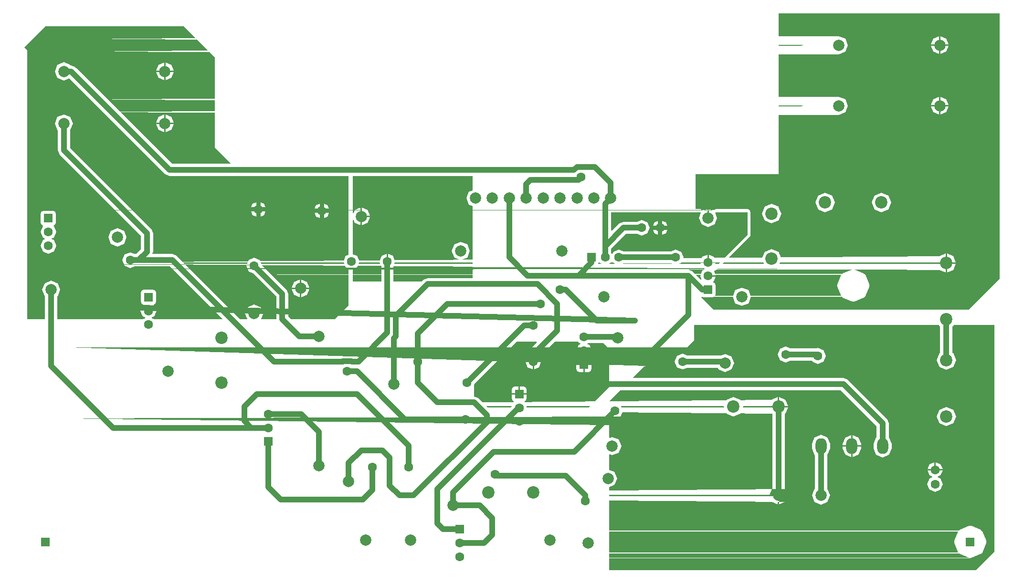
<source format=gbl>
%FSTAX23Y23*%
%MOMM*%
%SFA1B1*%

%IPPOS*%
%ADD12C,0.999998*%
%ADD13C,1.999996*%
%ADD14R,1.599997X1.599997*%
%ADD15C,2.199996*%
%ADD16C,1.599997*%
%ADD17R,1.599997X1.599997*%
%ADD18O,1.999996X2.799994*%
%LNpcbbyb2aver3-1*%
%LPD*%
G36*
X83249Y69916D02*
X82601Y69647D01*
X82126Y68499*
X82601Y67351*
X83249Y67083*
Y54332*
X75249*
X74484Y54015*
X74219Y53749*
X69212*
Y56466*
X69484Y57122*
X66775*
X67047Y56466*
Y53749*
X61999*
Y55946*
X62744Y56254*
X63157Y57249*
X62744Y58244*
X61999Y58553*
Y64626*
X62124Y6465*
X62351Y64101*
X63373Y63678*
Y65249*
Y6682*
X62351Y66397*
X62124Y65849*
X61999Y65873*
Y72417*
X83249*
Y69916*
G37*
G36*
X131999Y62021D02*
X131984Y62015D01*
X126152Y56183*
X126044Y56254*
X126354Y57002*
X124999*
X123645*
X124004Y56134*
X124394Y55973*
Y55846*
X124004Y55684*
X123592Y54689*
X123823Y54133*
X123717Y54062*
X122265Y55515*
X121499Y55832*
X104779*
X10473Y55949*
X105075Y56294*
X10525Y56716*
X105492Y56817*
X105593Y57061*
X105731*
X105754Y57004*
X106749Y56592*
X107744Y57004*
X107906Y57394*
X108033*
X108194Y57004*
X109189Y56592*
X109973Y56917*
X118466*
X119249Y56592*
X120244Y57004*
X120657Y57999*
X120244Y58994*
X119249Y59407*
X118466Y59082*
X109973*
X109189Y59407*
X108194Y58994*
X108033Y58604*
X107906*
X107832Y58783*
Y59551*
X110448Y62167*
X112466*
X113249Y61842*
X114244Y62254*
X114657Y63249*
X114244Y64244*
X113249Y64657*
X112466Y64332*
X109999*
X109234Y64015*
X107949Y6273*
X107832Y62779*
Y65999*
X123676*
X123746Y65894*
X123376Y64999*
X123851Y63851*
X124999Y63376*
X126147Y63851*
X126623Y64999*
X126253Y65894*
X126323Y65999*
X131999*
Y62021*
G37*
G36*
X176749Y72749D02*
Y54249D01*
X171249Y48749*
X125999*
X123822Y50927*
X123894Y51035*
X124199Y50908*
X125799*
X126182Y51067*
X126341Y51449*
Y53049*
X126182Y53432*
X125938Y53533*
Y53671*
X125994Y53694*
X126354Y54562*
X124999*
Y54816*
X126354*
X126052Y55545*
X126149Y55642*
X126152Y55641*
X126203Y55663*
X126257Y55652*
X126389Y55739*
X126534Y558*
X132367Y61632*
X132382Y61638*
X132423Y61738*
X132499Y61814*
Y61922*
X132541Y62021*
Y65999*
X132382Y66382*
X131999Y66541*
X126323*
X126272Y66519*
X126218Y6653*
X126086Y66443*
X12594Y66382*
X12593Y66358*
X125802Y66291*
X125126Y6657*
Y64999*
X124872*
Y6657*
X124197Y66291*
X124069Y66358*
X124058Y66382*
X123913Y66443*
X123781Y6653*
X123727Y66519*
X123676Y66541*
X122749*
Y72749*
X137499*
Y101249*
X176749*
Y72749*
G37*
G36*
X175749Y05749D02*
X172499Y02499D01*
X107499*
Y17229*
X108397Y17601*
X108873Y18749*
X108397Y19898*
X107499Y20269*
Y22969*
X107605Y23039*
X107999Y22876*
X109147Y23351*
X109623Y24499*
X109147Y25648*
X107999Y26123*
X107605Y2596*
X107499Y2603*
Y28219*
X10871Y2943*
X109494Y29754*
X109907Y30749*
X109494Y31744*
X108499Y32157*
X107626Y31795*
X107499Y3188*
Y32499*
X109417Y34417*
X148551*
X154877Y28091*
Y26075*
X154811Y26047*
X154336Y24899*
Y24099*
X154811Y22951*
X155959Y22476*
X157107Y22951*
X157583Y24099*
Y24899*
X157107Y26047*
X157042Y26075*
Y28539*
X156725Y29305*
X149765Y36265*
X148999Y36582*
X111748*
X111699Y36699*
X113536Y38536*
X114015Y38734*
X11728Y41999*
X121249*
X122499Y43249*
Y45999*
X165932*
X166025Y45775*
X166167Y45716*
Y41033*
X166025Y40974*
X165518Y39749*
X166025Y38525*
X167249Y38018*
X168474Y38525*
X168981Y39749*
X168474Y40974*
X168332Y41033*
Y45716*
X168474Y45775*
X168567Y45999*
X175749*
Y05749*
G37*
G36*
X37499Y93499D02*
Y77499D01*
X403Y74699*
X40251Y74582*
X29948*
X12765Y91765*
X11999Y92082*
X11925*
X11898Y92147*
X10749Y92623*
X09601Y92147*
X09126Y90999*
X09601Y89851*
X10749Y89376*
X11699Y89769*
X28734Y72734*
X29499Y72417*
X61249*
Y58449*
X60754Y58244*
X60395Y57376*
X61749*
Y57122*
X60395*
X60754Y56254*
X61249Y56049*
Y49499*
X58749Y46999*
X5103*
X50582Y47448*
Y51499*
X50265Y52265*
X45819Y5671*
X45494Y57494*
X44499Y57907*
X43504Y57494*
X43092Y56499*
X43504Y55504*
X44288Y5518*
X48417Y51051*
Y46999*
X45823*
X45753Y47105*
X46123Y47999*
X45647Y49147*
X44499Y49623*
X43351Y49147*
X42876Y47999*
X43246Y47105*
X43176Y46999*
X4203*
X30765Y58265*
X29999Y58582*
X26523*
X26453Y58687*
X26582Y58999*
Y62249*
X26265Y63015*
X11832Y77448*
Y80574*
X11897Y80601*
X12373Y81749*
X11897Y82897*
X10749Y83373*
X09601Y82897*
X09126Y81749*
X09601Y80601*
X09667Y80574*
Y76999*
X09984Y76234*
X24417Y61801*
Y59448*
X23551Y58582*
X23283*
X22499Y58907*
X21504Y58494*
X21092Y57499*
X21504Y56504*
X22499Y56092*
X23283Y56417*
X29551*
X38851Y47117*
X38803Y46999*
X26767*
X26744Y47054*
X26354Y47216*
Y47343*
X26744Y47504*
X27157Y48499*
X26744Y49494*
X26688Y49518*
Y49655*
X26932Y49757*
X27091Y50139*
Y51739*
X26932Y52122*
X26549Y52281*
X24949*
X24567Y52122*
X24408Y51739*
Y50139*
X24567Y49757*
X24811Y49655*
Y49518*
X24754Y49494*
X24342Y48499*
X24754Y47504*
X25144Y47343*
Y47216*
X24754Y47054*
X24732Y46999*
X09582*
Y51074*
X09648Y51101*
X10123Y52249*
X09648Y53397*
X08499Y53873*
X07351Y53397*
X06876Y52249*
X07351Y51101*
X07417Y51074*
Y46999*
X04249*
Y94749*
X03749Y9525*
X07499Y98999*
X31999*
X37499Y93499*
G37*
G36*
X102004Y42884D02*
X102394Y42723D01*
Y42596*
X102004Y42434*
X101592Y41439*
X102004Y40444*
X102061Y40421*
Y40283*
X101817Y40182*
X101658Y39799*
Y39126*
X102999*
X104341*
Y39799*
X104182Y40182*
X103938Y40283*
Y40421*
X103994Y40444*
X104407Y41439*
X103994Y42434*
X103604Y42596*
Y42723*
X103783Y42797*
X106452*
X107499Y41749*
Y34999*
X103249Y30749*
X92789*
X92718Y30855*
X92907Y31309*
X92494Y32304*
X92438Y32328*
Y32465*
X92682Y32567*
X92841Y32949*
Y33622*
X91499*
X90158*
Y32949*
X90317Y32567*
X90561Y32465*
Y32328*
X90504Y32304*
X90254Y31701*
X89303Y30749*
X86521*
X86515Y30765*
X84265Y33015*
X83499Y33332*
Y3537*
X83569Y35538*
X9103Y42999*
X94553*
X94601Y42882*
X93234Y41515*
X92917Y40749*
Y40283*
X92645Y39626*
X93999*
X95354*
X95082Y40283*
Y40301*
X9778Y42999*
X101957*
X102004Y42884*
G37*
%LNpcbbyb2aver3-2*%
%LPC*%
G36*
X6507Y65122D02*
X63627D01*
Y63678*
X64647Y64101*
X6507Y65122*
G37*
G36*
X68256Y58604D02*
Y57376D01*
X69484*
X69124Y58244*
X68256Y58604*
G37*
G36*
X68002D02*
X67134Y58244D01*
X66775Y57376*
X68002*
Y58604*
G37*
G36*
X81143Y60746D02*
X79995Y6027D01*
X7952Y59122*
X79995Y57974*
X81143Y57499*
X82292Y57974*
X82767Y59122*
X82292Y6027*
X81143Y60746*
G37*
G36*
X63627Y6682D02*
Y65376D01*
X6507*
X64647Y66397*
X63627Y6682*
G37*
G36*
X125126Y58484D02*
Y57256D01*
X126354*
X125994Y58124*
X125126Y58484*
G37*
G36*
X124872D02*
X124004Y58124D01*
X123645Y57256*
X124872*
Y58484*
G37*
G36*
X117751Y62874D02*
X116874D01*
Y61998*
X117494Y62254*
X117751Y62874*
G37*
G36*
X116124D02*
X115248D01*
X115504Y62254*
X116124Y61998*
Y62874*
G37*
G36*
Y64501D02*
X115504Y64244D01*
X115248Y63624*
X116124*
Y64501*
G37*
G36*
X116874D02*
Y63624D01*
X117751*
X117494Y64244*
X116874Y64501*
G37*
G36*
X167376Y58679D02*
Y57126D01*
X168929*
X168474Y58224*
X167376Y58679*
G37*
G36*
X130999Y52623D02*
X129851Y52147D01*
X129376Y50999*
X129851Y49851*
X130999Y49376*
X132148Y49851*
X132623Y50999*
X132148Y52147*
X130999Y52623*
G37*
G36*
X167122Y56872D02*
X16557D01*
X166025Y55775*
X167122Y5532*
Y56872*
G37*
G36*
X168929D02*
X167376D01*
Y5532*
X168474Y55775*
X168929Y56872*
G37*
G36*
X150749Y55868D02*
X15065Y55827D01*
X150542*
X148897Y55145*
X148821Y55069*
X148721Y55028*
X14868Y54928*
X148604Y54852*
X147922Y53207*
Y53099*
X147881Y52999*
X147922Y529*
Y52792*
X148604Y51147*
X14868Y51071*
X148721Y50971*
X148821Y5093*
X148897Y50854*
X150542Y50172*
X15065*
X150749Y50131*
X150849Y50172*
X150957*
X152602Y50854*
X152678Y5093*
X152778Y50971*
X152819Y51071*
X152895Y51147*
X153577Y52792*
Y529*
X153618Y52999*
X153577Y53099*
Y53207*
X152895Y54852*
X152819Y54928*
X152778Y55028*
X152678Y55069*
X152602Y55145*
X150957Y55827*
X150849*
X150749Y55868*
G37*
G36*
X136249Y59481D02*
X135025Y58974D01*
X134518Y57749*
X135025Y56525*
X136249Y56018*
X137474Y56525*
X137981Y57749*
X137474Y58974*
X136249Y59481*
G37*
G36*
X167122Y58679D02*
X166025Y58224D01*
X16557Y57126*
X167122*
Y58679*
G37*
G36*
X148198Y865D02*
X14705Y86024D01*
X146575Y84876*
X14705Y83728*
X148198Y83253*
X149346Y83728*
X149822Y84876*
X149346Y86024*
X148198Y865*
G37*
G36*
X165978Y84749D02*
X164534D01*
X164957Y83728*
X165978Y83305*
Y84749*
G37*
G36*
Y86447D02*
X164957Y86024D01*
X164534Y85003*
X165978*
Y86447*
G37*
G36*
X167676Y84749D02*
X166232D01*
Y83305*
X167253Y83728*
X167676Y84749*
G37*
G36*
X165978Y95499D02*
X164534D01*
X164957Y94478*
X165978Y94055*
Y95499*
G37*
G36*
X148198Y9725D02*
X14705Y96774D01*
X146575Y95626*
X14705Y94478*
X148198Y94003*
X149346Y94478*
X149822Y95626*
X149346Y96774*
X148198Y9725*
G37*
G36*
X167676Y95499D02*
X166232D01*
Y94055*
X167253Y94478*
X167676Y95499*
G37*
G36*
X166232Y97197D02*
Y95753D01*
X167676*
X167253Y96774*
X166232Y97197*
G37*
G36*
X165978D02*
X164957Y96774D01*
X164534Y95753*
X165978*
Y97197*
G37*
G36*
X166232Y86447D02*
Y85003D01*
X167676*
X167253Y86024*
X166232Y86447*
G37*
G36*
X145749Y69481D02*
X144525Y68974D01*
X144018Y67749*
X144525Y66525*
X145749Y66018*
X146974Y66525*
X147481Y67749*
X146974Y68974*
X145749Y69481*
G37*
G36*
X155749D02*
X154525Y68974D01*
X154018Y67749*
X154525Y66525*
X155749Y66018*
X156974Y66525*
X157481Y67749*
X156974Y68974*
X155749Y69481*
G37*
G36*
X136249Y67481D02*
X135025Y66974D01*
X134518Y65749*
X135025Y64525*
X136249Y64018*
X137474Y64525*
X137981Y65749*
X137694Y66443*
X137499Y66913*
X137474Y66974*
X136249Y67481*
G37*
G36*
X138749Y42157D02*
X137754Y41744D01*
X137342Y40749*
X137754Y39754*
X138749Y39342*
X139533Y39667*
X143437*
X143504Y39504*
X144499Y39092*
X145494Y39504*
X145907Y40499*
X145494Y41494*
X144499Y41907*
X144284Y41817*
X144249Y41832*
X139533*
X138749Y42157*
G37*
G36*
X165122Y21644D02*
X164254Y21284D01*
X163895Y20416*
X165122*
Y21644*
G37*
G36*
X166604Y20162D02*
X165249D01*
X163895*
X164254Y19294*
X164765Y19083*
Y18956*
X164254Y18744*
X163842Y17749*
X164254Y16754*
X165249Y16342*
X166244Y16754*
X166657Y17749*
X166244Y18744*
X165734Y18956*
Y19083*
X166244Y19294*
X166604Y20162*
G37*
G36*
X165376Y21644D02*
Y20416D01*
X166604*
X166244Y21284*
X165376Y21644*
G37*
G36*
X152123Y24372D02*
X150626D01*
Y22528*
X151648Y22951*
X152123Y24099*
Y24372*
G37*
G36*
X150372D02*
X148876D01*
Y24099*
X149351Y22951*
X150372Y22528*
Y24372*
G37*
G36*
X145039Y26523D02*
X143891Y26047D01*
X143416Y24899*
Y24099*
X143891Y22951*
X143957Y22924*
Y16925*
X143891Y16898*
X143416Y15749*
X143891Y14601*
X145039Y14126*
X146188Y14601*
X146663Y15749*
X146188Y16898*
X146122Y16925*
Y22924*
X146187Y22951*
X146663Y24099*
Y24899*
X146187Y26047*
X145039Y26523*
G37*
G36*
X171499Y10368D02*
X1714Y10327D01*
X171292*
X169647Y09645*
X169571Y09569*
X169471Y09528*
X16943Y09428*
X169354Y09352*
X168672Y07707*
Y07599*
X168631Y07499*
X168672Y074*
Y07292*
X169354Y05647*
X16943Y05571*
X169471Y05471*
X169571Y0543*
X169647Y05354*
X171292Y04672*
X1714*
X171499Y04631*
X171599Y04672*
X171707*
X173352Y05354*
X173428Y0543*
X173528Y05471*
X173569Y05571*
X173645Y05647*
X174327Y07292*
Y074*
X174368Y07499*
X174327Y07599*
Y07707*
X173645Y09352*
X173569Y09428*
X173528Y09528*
X173428Y09569*
X173352Y09645*
X171707Y10327*
X171599*
X171499Y10368*
G37*
G36*
X137372Y15622D02*
X135928D01*
X136351Y14601*
X137372Y14178*
Y15622*
G37*
G36*
X139179Y31372D02*
X137499D01*
X13582*
X136275Y30275*
X136417Y30216*
Y16925*
X136351Y16898*
X135928Y15876*
X13907*
X138648Y16898*
X138582Y16925*
Y30216*
X138724Y30275*
X139179Y31372*
G37*
G36*
X13907Y15622D02*
X137626D01*
Y14178*
X138648Y14601*
X13907Y15622*
G37*
G36*
X150372Y2647D02*
X149351Y26047D01*
X148876Y24899*
Y24626*
X150372*
Y2647*
G37*
G36*
X120499Y40907D02*
X119504Y40494D01*
X119092Y39499*
X119504Y38504*
X120499Y38092*
X121283Y38417*
X126721*
X126851Y38101*
X127999Y37626*
X129148Y38101*
X129623Y39249*
X129148Y40397*
X127999Y40873*
X127296Y40582*
X121283*
X120499Y40907*
G37*
G36*
X167249Y31481D02*
X166025Y30974D01*
X165518Y29749*
X166025Y28525*
X167249Y28018*
X168474Y28525*
X168981Y29749*
X168474Y30974*
X167249Y31481*
G37*
G36*
X150626Y2647D02*
Y24626D01*
X152123*
Y24899*
X151648Y26047*
X150626Y2647*
G37*
G36*
X129499Y33231D02*
X128275Y32724D01*
X127768Y31499*
X128275Y30275*
X129499Y29768*
X130724Y30275*
X131231Y31499*
X130724Y32724*
X129499Y33231*
G37*
G36*
X137626Y33179D02*
Y31626D01*
X139179*
X138724Y32724*
X137626Y33179*
G37*
G36*
X137372D02*
X136275Y32724D01*
X13582Y31626*
X137372*
Y33179*
G37*
G36*
X52622Y52372D02*
X51178D01*
X51601Y51351*
X52622Y50928*
Y52372*
G37*
G36*
Y5407D02*
X51601Y53647D01*
X51178Y52626*
X52622*
Y5407*
G37*
G36*
X5432Y52372D02*
X52876D01*
Y50928*
X53897Y51351*
X5432Y52372*
G37*
G36*
X52876Y5407D02*
Y52626D01*
X5432*
X53897Y53647*
X52876Y5407*
G37*
G36*
X28783Y8332D02*
Y81876D01*
X30227*
X29804Y82897*
X28783Y8332*
G37*
G36*
X45624Y67751D02*
Y66874D01*
X46501*
X46244Y67494*
X45624Y67751*
G37*
G36*
X44874D02*
X44254Y67494D01*
X43998Y66874*
X44874*
Y67751*
G37*
G36*
X28529Y81622D02*
X27085D01*
X27508Y80601*
X28529Y80178*
Y81622*
G37*
G36*
Y8332D02*
X27508Y82897D01*
X27085Y81876*
X28529*
Y8332*
G37*
G36*
X30227Y81622D02*
X28783D01*
Y80178*
X29804Y80601*
X30227Y81622*
G37*
G36*
X28529Y90872D02*
X27085D01*
X27508Y89851*
X28529Y89428*
Y90872*
G37*
G36*
X30227D02*
X28783D01*
Y89428*
X29804Y89851*
X30227Y90872*
G37*
G36*
X28783Y9257D02*
Y91126D01*
X30227*
X29804Y92147*
X28783Y9257*
G37*
G36*
X28529D02*
X27508Y92147D01*
X27085Y91126*
X28529*
Y9257*
G37*
G36*
X20249Y63173D02*
X19101Y62697D01*
X18626Y61549*
X19101Y60401*
X20249Y59926*
X21398Y60401*
X21873Y61549*
X21398Y62697*
X20249Y63173*
G37*
G36*
X08799Y66281D02*
X07199D01*
X06817Y66122*
X06658Y65739*
Y64139*
X06817Y63757*
X07061Y63655*
Y63518*
X07004Y63494*
X06592Y62499*
X07004Y61504*
X07394Y61343*
Y61216*
X07004Y61054*
X06592Y60059*
X07004Y59064*
X07999Y58652*
X08994Y59064*
X09407Y60059*
X08994Y61054*
X08604Y61216*
Y61343*
X08994Y61504*
X09407Y62499*
X08994Y63494*
X08938Y63518*
Y63655*
X09182Y63757*
X09341Y64139*
Y65739*
X09182Y66122*
X08799Y66281*
G37*
G36*
X56874Y67501D02*
Y66624D01*
X57751*
X57494Y67244*
X56874Y67501*
G37*
G36*
X56124Y6753D02*
X55484Y67265D01*
X55219Y66624*
X56124*
Y6753*
G37*
G36*
Y65874D02*
X55248D01*
X55504Y65254*
X56124Y64998*
Y65874*
G37*
G36*
X57751D02*
X56874D01*
Y64998*
X57494Y65254*
X57751Y65874*
G37*
G36*
X46501Y66124D02*
X45624D01*
Y65248*
X46244Y65504*
X46501Y66124*
G37*
G36*
X44874D02*
X43998D01*
X44254Y65504*
X44874Y65248*
Y66124*
G37*
G36*
X93872Y39372D02*
X92645D01*
X93004Y38504*
X93872Y38145*
Y39372*
G37*
G36*
X95354D02*
X94126D01*
Y38145*
X94994Y38504*
X95354Y39372*
G37*
G36*
X92299Y35091D02*
X91626D01*
Y33876*
X92841*
Y34549*
X92682Y34932*
X92299Y35091*
G37*
G36*
X91372D02*
X90699D01*
X90317Y34932*
X90158Y34549*
Y33876*
X91372*
Y35091*
G37*
G36*
X104341Y38872D02*
X103126D01*
Y37658*
X103799*
X104182Y37817*
X104341Y38199*
Y38872*
G37*
G36*
X102872D02*
X101658D01*
Y38199*
X101817Y37817*
X102199Y37658*
X102872*
Y38872*
G37*
%LNpcbbyb2aver3-3*%
%LPD*%
G54D12*
X167249Y39749D02*
Y46999D01*
X108869Y43879D02*
X108999Y43749D01*
X102999Y43879D02*
X108869D01*
X56249Y66499D02*
X56499Y66249D01*
X92749Y68499D02*
Y70999D01*
X93499Y71749*
X101999*
X102499Y72249*
X104949Y74049D02*
X107749Y71249D01*
X101754Y74049D02*
X104949D01*
X101204Y73499D02*
X101754Y74049D01*
X29499Y73499D02*
X101204D01*
X167249Y56999D02*
Y57249D01*
X144249Y40749D02*
X144499Y40499D01*
X138749Y40749D02*
X144249D01*
X106499Y35499D02*
X148999D01*
X155959Y28539*
Y24499D02*
Y28539D01*
X106749Y59999D02*
Y67499D01*
Y57999D02*
Y59999D01*
Y67499D02*
X107749Y68499D01*
X106749Y59999D02*
X109999Y63249D01*
X113249*
X109189Y57999D02*
X119249D01*
X127749Y39499D02*
X127999Y39249D01*
X120499Y39499D02*
X127749D01*
X137499Y15749D02*
Y31499D01*
X145039Y24499D02*
D01*
Y15749D02*
Y24499D01*
X121499Y47749D02*
Y54749D01*
X113249Y39499D02*
X121499Y47749D01*
X105999Y39499D02*
X113249D01*
X101999Y54749D02*
X121499D01*
X123999Y52249*
X124999*
X111999Y46749D02*
X11463Y4938D01*
X105249Y46749D02*
X111999D01*
X99749Y52249D02*
X105249Y46749D01*
X11463Y4938D02*
Y50499D01*
X98749Y52249D02*
X99749D01*
X93999Y39499D02*
Y40749D01*
X77999Y09749D02*
X80999D01*
X76999Y10749D02*
X77999Y09749D01*
X76999Y10749D02*
Y16915D01*
X86999Y23499D02*
X101249D01*
X79749Y16249D02*
X86999Y23499D01*
X79749Y13999D02*
Y16249D01*
X76999Y16915D02*
X91394Y31309D01*
X91499*
X103249Y14749D02*
Y15749D01*
X99749Y19249D02*
X103249Y15749D01*
X87499Y19249D02*
X99749D01*
X87249Y19499D02*
X87499Y19249D01*
X69249Y35499D02*
Y43628D01*
X69629Y44008*
Y47629*
X75249Y53249*
X94749*
X98249Y49749*
Y44999D02*
Y49749D01*
X93999Y40749D02*
X98249Y44999D01*
X73499Y39499D02*
Y44499D01*
X78749Y49749*
X9525*
X73499Y35749D02*
Y39499D01*
Y35749D02*
X76999Y32249D01*
X83499*
X85749Y29999*
Y28749D02*
Y29999D01*
X72749Y15749D02*
X85749Y28749D01*
X70249Y15749D02*
X72749D01*
X68499Y17499D02*
X70249Y15749D01*
X68499Y17499D02*
Y22499D01*
X67249Y23749D02*
X68499Y22499D01*
X635Y23749D02*
X67249D01*
X61249Y21499D02*
X635Y23749D01*
X61249Y18249D02*
Y21499D01*
X92379Y45879D02*
X93999D01*
X82249Y35749D02*
X92379Y45879D01*
X71249Y29249D02*
X81999D01*
X62749Y37749D02*
X71249Y29249D01*
X60999Y37749D02*
X62749D01*
X61795Y39499D02*
X62999D01*
X61745Y39549D02*
X61795Y39499D01*
X60254Y39549D02*
X61745D01*
X60204Y39499D02*
X60254Y39549D01*
X47999Y39499D02*
X60204D01*
X80999Y07309D02*
X85309D01*
X86749Y08749*
Y11749*
X84499Y13999D02*
X86749Y11749D01*
X79749Y13999D02*
X84499D01*
X65499Y16749D02*
Y20749D01*
X63749Y14999D02*
X65499Y16749D01*
X49249Y14999D02*
X63749D01*
X46999Y17249D02*
X49249Y14999D01*
X46999Y17249D02*
Y25309D01*
X101249Y23499D02*
X108499Y30749D01*
X23999Y57499D02*
X29999D01*
X22499D02*
X23999D01*
X68129Y44629D02*
Y57249D01*
X62999Y39499D02*
X68129Y44629D01*
X29999Y57499D02*
X47999Y39499D01*
X19499Y27749D02*
X43999D01*
X71879Y20749D02*
Y24619D01*
X62749Y33749D02*
X71879Y24619D01*
X44999Y33749D02*
X62749D01*
X42749Y31499D02*
X44999Y33749D01*
X42749Y28999D02*
Y31499D01*
Y28999D02*
X43999Y27749D01*
X46999*
X55999Y21006D02*
Y26999D01*
X52809Y30189D02*
X55999Y26999D01*
X46999Y30189D02*
X52809D01*
X52499Y43999D02*
X55999D01*
X49499Y46999D02*
X52499Y43999D01*
X49499Y46999D02*
Y51499D01*
X44499Y56499D02*
X49499Y51499D01*
X08499Y38749D02*
X19499Y27749D01*
X08499Y38749D02*
Y52249D01*
X23999Y57499D02*
X25499Y58999D01*
Y62249*
X10749Y76999D02*
X25499Y62249D01*
X10749Y76999D02*
Y81749D01*
Y90999D02*
X11999D01*
X29499Y73499*
X107749Y68499D02*
Y71249D01*
X104309Y57059D02*
Y57999D01*
X101999Y54749D02*
X104309Y57059D01*
X92999Y54749D02*
X101999D01*
X89749Y57999D02*
X92999Y54749D01*
X89749Y57999D02*
Y68499D01*
G54D13*
X81143Y59122D03*
X9905D03*
X11463Y50499D03*
X106499Y50999D03*
X127999Y39249D03*
X28656Y81749D03*
X10749D03*
X107249Y18749D03*
X103749Y07309D03*
X69249Y35499D03*
X55999Y43999D03*
X96999Y07809D03*
X44499Y47999D03*
X55999Y21006D03*
X108999Y43749D03*
X145039Y15749D03*
X72249Y07809D03*
X130999Y50999D03*
X20249Y61549D03*
X137499Y15749D03*
X64249Y07809D03*
X107999Y24499D03*
X79749Y13999D03*
X124999Y64999D03*
X29249Y37749D03*
X08499Y52249D03*
X10749Y90999D03*
X28656D03*
X166105Y95626D03*
X148198D03*
X83749Y68499D03*
X86749D03*
X92749D03*
X89749D03*
X101749D03*
X104749D03*
X98749D03*
X95749D03*
X107749D03*
X1108D03*
X166105Y84876D03*
X148198D03*
X635Y65249D03*
X52749Y52499D03*
X61249Y18249D03*
G54D14*
X171499Y07499D03*
X07499D03*
X104309Y57999D03*
G54D15*
X137499Y31499D03*
X129499D03*
X93999Y16249D03*
X85999D03*
X167249Y29749D03*
Y39749D03*
X38749Y43749D03*
Y35749D03*
X167249Y46999D03*
Y56999D03*
X136249Y57749D03*
Y65749D03*
X155749Y67749D03*
X145749D03*
G54D16*
X80999Y04869D03*
Y07309D03*
X124999Y57129D03*
Y54689D03*
X106749Y57999D03*
X109189D03*
X102999Y43879D03*
Y41439D03*
X91499Y31309D03*
Y28869D03*
X46999Y27749D03*
Y30189D03*
X25749Y46059D03*
Y48499D03*
X07999Y62499D03*
Y60059D03*
X93999Y39499D03*
Y45879D03*
X165249Y20289D03*
Y17749D03*
X65499Y20749D03*
X71879D03*
X68129Y57249D03*
X61749D03*
X56499Y66249D03*
X45249Y66499D03*
X102499Y72249D03*
X116499Y63249D03*
X144499Y40499D03*
X138749Y40749D03*
X113249Y63249D03*
X119249Y57999D03*
X120499Y39499D03*
X98749Y52249D03*
X103249Y14749D03*
X87249Y19499D03*
X9525Y49749D03*
X73499Y39499D03*
X82249Y35749D03*
X81999Y29249D03*
X60999Y37749D03*
X108499Y30749D03*
X44499Y56499D03*
X22499Y57499D03*
G54D17*
X80999Y09749D03*
X124999Y52249D03*
X102999Y38999D03*
X91499Y33749D03*
X46999Y25309D03*
X25749Y50939D03*
X07999Y64939D03*
G54D18*
X155959Y24499D03*
X150499D03*
X145039D03*
M02*
</source>
